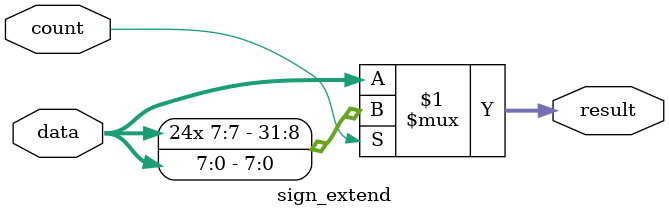
<source format=v>
`timescale 1ns / 1ps


module sign_extend(
    input [31:0] data,
    input        count,
    output [31:0] result
    );
    assign  result = count ? { {24 { data[7] }}, data[7:0]} : data;
endmodule
</source>
